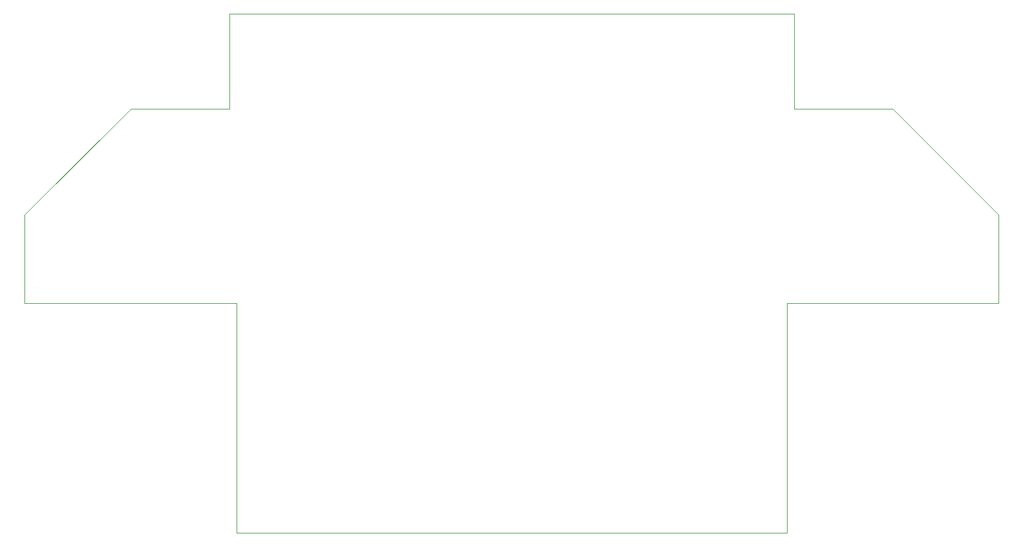
<source format=gbr>
%TF.GenerationSoftware,KiCad,Pcbnew,(7.0.0)*%
%TF.CreationDate,2023-10-30T21:57:30-03:00*%
%TF.ProjectId,Main_Board_COYOTE_TB67H451AFNG,4d61696e-5f42-46f6-9172-645f434f594f,rev?*%
%TF.SameCoordinates,Original*%
%TF.FileFunction,Profile,NP*%
%FSLAX46Y46*%
G04 Gerber Fmt 4.6, Leading zero omitted, Abs format (unit mm)*
G04 Created by KiCad (PCBNEW (7.0.0)) date 2023-10-30 21:57:30*
%MOMM*%
%LPD*%
G01*
G04 APERTURE LIST*
%TA.AperFunction,Profile*%
%ADD10C,0.100000*%
%TD*%
G04 APERTURE END LIST*
D10*
X187281250Y-144905000D02*
X187281250Y-112405000D01*
X79281250Y-99905000D02*
X79281250Y-112405000D01*
X217281250Y-112405000D02*
X217281250Y-99905000D01*
X108281250Y-71405000D02*
X108281250Y-84905000D01*
X187281250Y-112405000D02*
X217281250Y-112405000D01*
X109281250Y-112405000D02*
X109281250Y-144905000D01*
X94281250Y-84905000D02*
X79281250Y-99905000D01*
X188281250Y-84905000D02*
X188281250Y-71405000D01*
X202281250Y-84905000D02*
X188281250Y-84905000D01*
X217281250Y-99905000D02*
X202281250Y-84905000D01*
X188281250Y-71405000D02*
X108281250Y-71405000D01*
X79281250Y-112405000D02*
X109281250Y-112405000D01*
X109281250Y-144905000D02*
X187281250Y-144905000D01*
X108281250Y-84905000D02*
X94281250Y-84905000D01*
M02*

</source>
